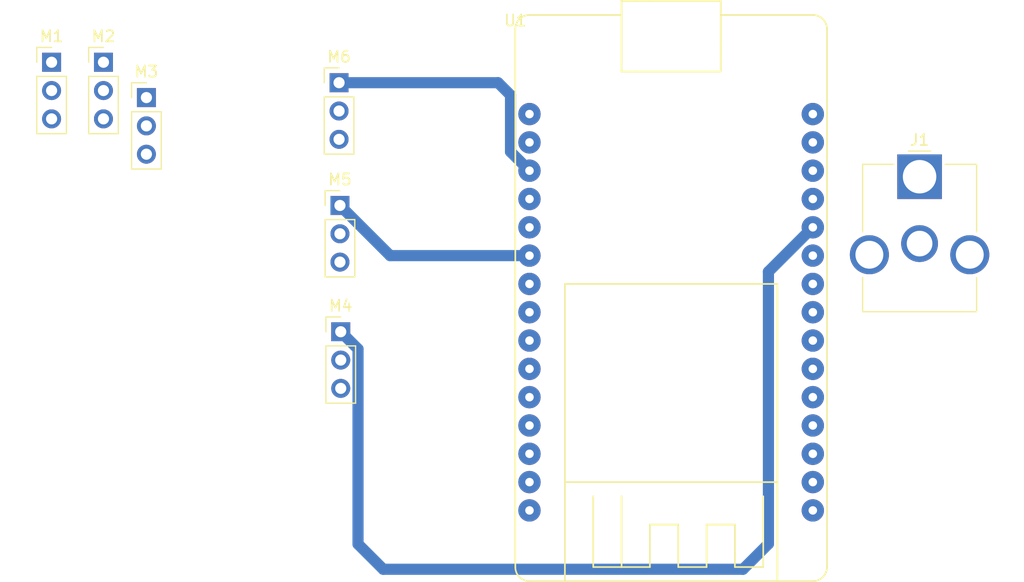
<source format=kicad_pcb>
(kicad_pcb (version 20240108) (generator "pcbnew") (generator_version "8.0")
  (layers (0 "F.Cu" signal) (31 "B.Cu" signal) (34 "B.Paste" user) (35 "F.Paste" user) (36 "B.SilkS" user "B.Silkscreen") (37 "F.SilkS" user "F.Silkscreen") (38 "B.Mask" user) (39 "F.Mask" user) (44 "Edge.Cuts" user))
  (net 0 "")
  (net 1 "GND")
  (net 2 "+12V")
  (net 3 "PWM3")
  (net 4 "PWM2")
  (net 5 "PWM1")
  (net 6 "PWM6")
  (net 7 "PWM4")
  (net 8 "PWM5")
  (net 12 "VccPlaca")
  (net 26 "GndPlaca")
  (footprint "Connector_PinHeader_2.54mm:PinHeader_1x03_P2.54mm_Vertical" (layer "F.Cu") (at 58.61 100.93)
    (property "Reference" "M2" (at 0 -2.33 0) (layer "F.SilkS"))
    (property "Value" "Motor_Servo")
    (fp_line (start -1.33 -1.33) (end 0 -1.33) (stroke (width 0.12)) (layer "F.SilkS"))
    (fp_line (start -1.33 0) (end -1.33 -1.33) (stroke (width 0.12)) (layer "F.SilkS"))
    (fp_line (start -1.33 1.27) (end -1.33 6.41) (stroke (width 0.12)) (layer "F.SilkS"))
    (fp_line (start -1.33 1.27) (end 1.33 1.27) (stroke (width 0.12)) (layer "F.SilkS"))
    (fp_line (start -1.33 6.41) (end 1.33 6.41) (stroke (width 0.12)) (layer "F.SilkS"))
    (fp_line (start 1.33 1.27) (end 1.33 6.41) (stroke (width 0.12)) (layer "F.SilkS"))
    (pad "1" thru_hole rect (at 0 0) (size 1.7 1.7) (drill 1) (layers "*.Cu" "*.Mask") (net 4 "PWM2"))
    (pad "2" thru_hole oval (at 0 2.54) (size 1.7 1.7) (drill 1) (layers "*.Cu" "*.Mask") (net 2 "+12V"))
    (pad "3" thru_hole oval (at 0 5.08) (size 1.7 1.7) (drill 1) (layers "*.Cu" "*.Mask") (net 1 "GND"))
  )
  (footprint "Connector_BarrelJack:BarrelJack_CUI_PJ-063AH_Horizontal_CircularHoles" (layer "F.Cu") (at 131.77 111.2)
    (property "Reference" "J1" (at 0 -3.3 0) (layer "F.SilkS"))
    (property "Value" "Barrel_Jack_MountingPin")
    (fp_line (start -5.11 -1.11) (end -2.3 -1.11) (stroke (width 0.12)) (layer "F.SilkS"))
    (fp_line (start -5.11 4.95) (end -5.11 -1.11) (stroke (width 0.12)) (layer "F.SilkS"))
    (fp_line (start -5.11 12.11) (end -5.11 9.05) (stroke (width 0.12)) (layer "F.SilkS"))
    (fp_line (start -1 -2.3) (end 1 -2.3) (stroke (width 0.12)) (layer "F.SilkS"))
    (fp_line (start 2.3 -1.11) (end 5.11 -1.11) (stroke (width 0.12)) (layer "F.SilkS"))
    (fp_line (start 5.11 -1.11) (end 5.11 4.95) (stroke (width 0.12)) (layer "F.SilkS"))
    (fp_line (start 5.11 9.05) (end 5.11 12.11) (stroke (width 0.12)) (layer "F.SilkS"))
    (fp_line (start 5.11 12.11) (end -5.11 12.11) (stroke (width 0.12)) (layer "F.SilkS"))
    (pad "" np_thru_hole circle (at 0 9) (size 1.6 1.6) (drill 1.6) (layers "*.Cu" "*.Mask"))
    (pad "1" thru_hole rect (at 0 0) (size 4 4) (drill 3) (layers "*.Cu" "*.Mask") (net 2 "+12V"))
    (pad "2" thru_hole circle (at 0 6) (size 3.3 3.3) (drill 2.3) (layers "*.Cu" "*.Mask") (net 1 "GND"))
    (pad "MP" thru_hole circle (at -4.5 7) (size 3.5 3.5) (drill 2.5) (layers "*.Cu" "*.Mask"))
    (pad "MP" thru_hole circle (at 4.5 7) (size 3.5 3.5) (drill 2.5) (layers "*.Cu" "*.Mask"))
  )
  (footprint "Connector_PinHeader_2.54mm:PinHeader_1x03_P2.54mm_Vertical" (layer "F.Cu") (at 53.96 100.93)
    (property "Reference" "M1" (at 0 -2.33 0) (layer "F.SilkS"))
    (property "Value" "Motor_Servo")
    (fp_line (start -1.33 -1.33) (end 0 -1.33) (stroke (width 0.12)) (layer "F.SilkS"))
    (fp_line (start -1.33 0) (end -1.33 -1.33) (stroke (width 0.12)) (layer "F.SilkS"))
    (fp_line (start -1.33 1.27) (end -1.33 6.41) (stroke (width 0.12)) (layer "F.SilkS"))
    (fp_line (start -1.33 1.27) (end 1.33 1.27) (stroke (width 0.12)) (layer "F.SilkS"))
    (fp_line (start -1.33 6.41) (end 1.33 6.41) (stroke (width 0.12)) (layer "F.SilkS"))
    (fp_line (start 1.33 1.27) (end 1.33 6.41) (stroke (width 0.12)) (layer "F.SilkS"))
    (pad "1" thru_hole rect (at 0 0) (size 1.7 1.7) (drill 1) (layers "*.Cu" "*.Mask") (net 3 "PWM3"))
    (pad "2" thru_hole oval (at 0 2.54) (size 1.7 1.7) (drill 1) (layers "*.Cu" "*.Mask") (net 2 "+12V"))
    (pad "3" thru_hole oval (at 0 5.08) (size 1.7 1.7) (drill 1) (layers "*.Cu" "*.Mask") (net 1 "GND"))
  )
  (footprint "Connector_PinHeader_2.54mm:PinHeader_1x03_P2.54mm_Vertical" (layer "F.Cu") (at 79.73 102.765)
    (property "Reference" "M6" (at 0 -2.33 0) (layer "F.SilkS"))
    (property "Value" "Motor_Servo")
    (fp_line (start -1.33 -1.33) (end 0 -1.33) (stroke (width 0.12)) (layer "F.SilkS"))
    (fp_line (start -1.33 0) (end -1.33 -1.33) (stroke (width 0.12)) (layer "F.SilkS"))
    (fp_line (start -1.33 1.27) (end -1.33 6.41) (stroke (width 0.12)) (layer "F.SilkS"))
    (fp_line (start -1.33 1.27) (end 1.33 1.27) (stroke (width 0.12)) (layer "F.SilkS"))
    (fp_line (start -1.33 6.41) (end 1.33 6.41) (stroke (width 0.12)) (layer "F.SilkS"))
    (fp_line (start 1.33 1.27) (end 1.33 6.41) (stroke (width 0.12)) (layer "F.SilkS"))
    (pad "1" thru_hole rect (at 0 0) (size 1.7 1.7) (drill 1) (layers "*.Cu" "*.Mask") (net 8 "PWM5"))
    (pad "2" thru_hole oval (at 0 2.54) (size 1.7 1.7) (drill 1) (layers "*.Cu" "*.Mask") (net 2 "+12V"))
    (pad "3" thru_hole oval (at 0 5.08) (size 1.7 1.7) (drill 1) (layers "*.Cu" "*.Mask") (net 1 "GND"))
  )
  (footprint "Connector_PinHeader_2.54mm:PinHeader_1x03_P2.54mm_Vertical" (layer "F.Cu") (at 79.81 113.78)
    (property "Reference" "M5" (at 0 -2.33 0) (layer "F.SilkS"))
    (property "Value" "Motor_Servo")
    (fp_line (start -1.33 -1.33) (end 0 -1.33) (stroke (width 0.12)) (layer "F.SilkS"))
    (fp_line (start -1.33 0) (end -1.33 -1.33) (stroke (width 0.12)) (layer "F.SilkS"))
    (fp_line (start -1.33 1.27) (end -1.33 6.41) (stroke (width 0.12)) (layer "F.SilkS"))
    (fp_line (start -1.33 1.27) (end 1.33 1.27) (stroke (width 0.12)) (layer "F.SilkS"))
    (fp_line (start -1.33 6.41) (end 1.33 6.41) (stroke (width 0.12)) (layer "F.SilkS"))
    (fp_line (start 1.33 1.27) (end 1.33 6.41) (stroke (width 0.12)) (layer "F.SilkS"))
    (pad "1" thru_hole rect (at 0 0) (size 1.7 1.7) (drill 1) (layers "*.Cu" "*.Mask") (net 7 "PWM4"))
    (pad "2" thru_hole oval (at 0 2.54) (size 1.7 1.7) (drill 1) (layers "*.Cu" "*.Mask") (net 2 "+12V"))
    (pad "3" thru_hole oval (at 0 5.08) (size 1.7 1.7) (drill 1) (layers "*.Cu" "*.Mask") (net 1 "GND"))
  )
  (footprint "DOIT_ESP32:DOIT_ESP32_Devkit_mirko" (layer "F.Cu") (at 95.53 96.69)
    (property "Reference" "U1" (at 0 0.5 0) (layer "F.SilkS"))
    (property "Value" "ESP32-Devkit-V1")
    (fp_line (start 0 49.53) (end 0 1.27) (stroke (width 0.15)) (layer "F.SilkS"))
    (fp_line (start 1.27 50.8) (end 26.67 50.8) (stroke (width 0.15)) (layer "F.SilkS"))
    (fp_line (start 4.445 24.13) (end 23.495 24.13) (stroke (width 0.15)) (layer "F.SilkS"))
    (fp_line (start 4.445 50.8) (end 4.445 24.13) (stroke (width 0.15)) (layer "F.SilkS"))
    (fp_line (start 6.985 43.18) (end 6.985 49.53) (stroke (width 0.15)) (layer "F.SilkS"))
    (fp_line (start 6.985 49.53) (end 9.525 49.53) (stroke (width 0.15)) (layer "F.SilkS"))
    (fp_line (start 9.525 -1.27) (end 9.525 5.08) (stroke (width 0.15)) (layer "F.SilkS"))
    (fp_line (start 9.525 0) (end 1.27 0) (stroke (width 0.15)) (layer "F.SilkS"))
    (fp_line (start 9.525 5.08) (end 10.795 5.08) (stroke (width 0.15)) (layer "F.SilkS"))
    (fp_line (start 9.525 49.53) (end 9.525 43.18) (stroke (width 0.15)) (layer "F.SilkS"))
    (fp_line (start 9.525 49.53) (end 12.065 49.53) (stroke (width 0.15)) (layer "F.SilkS"))
    (fp_line (start 10.795 -1.27) (end 9.525 -1.27) (stroke (width 0.15)) (layer "F.SilkS"))
    (fp_line (start 12.065 -1.27) (end 10.795 -1.27) (stroke (width 0.15)) (layer "F.SilkS"))
    (fp_line (start 12.065 -1.27) (end 18.415 -1.27) (stroke (width 0.15)) (layer "F.SilkS"))
    (fp_line (start 12.065 45.72) (end 14.605 45.72) (stroke (width 0.15)) (layer "F.SilkS"))
    (fp_line (start 12.065 46.99) (end 12.065 45.72) (stroke (width 0.15)) (layer "F.SilkS"))
    (fp_line (start 12.065 49.53) (end 12.065 46.99) (stroke (width 0.15)) (layer "F.SilkS"))
    (fp_line (start 14.605 45.72) (end 14.605 49.53) (stroke (width 0.15)) (layer "F.SilkS"))
    (fp_line (start 14.605 49.53) (end 17.145 49.53) (stroke (width 0.15)) (layer "F.SilkS"))
    (fp_line (start 17.145 45.72) (end 19.685 45.72) (stroke (width 0.15)) (layer "F.SilkS"))
    (fp_line (start 17.145 49.53) (end 17.145 45.72) (stroke (width 0.15)) (layer "F.SilkS"))
    (fp_line (start 18.415 -1.27) (end 18.415 2.54) (stroke (width 0.15)) (layer "F.SilkS"))
    (fp_line (start 18.415 0) (end 26.67 0) (stroke (width 0.15)) (layer "F.SilkS"))
    (fp_line (start 18.415 3.81) (end 18.415 2.54) (stroke (width 0.15)) (layer "F.SilkS"))
    (fp_line (start 18.415 3.81) (end 18.415 5.08) (stroke (width 0.15)) (layer "F.SilkS"))
    (fp_line (start 18.415 5.08) (end 10.795 5.08) (stroke (width 0.15)) (layer "F.SilkS"))
    (fp_line (start 19.685 45.72) (end 19.685 48.26) (stroke (width 0.15)) (layer "F.SilkS"))
    (fp_line (start 19.685 48.26) (end 19.685 49.53) (stroke (width 0.15)) (layer "F.SilkS"))
    (fp_line (start 19.685 49.53) (end 22.225 49.53) (stroke (width 0.15)) (layer "F.SilkS"))
    (fp_line (start 22.225 49.53) (end 22.225 43.18) (stroke (width 0.15)) (layer "F.SilkS"))
    (fp_line (start 23.495 24.13) (end 23.495 50.8) (stroke (width 0.15)) (layer "F.SilkS"))
    (fp_line (start 23.495 41.91) (end 4.445 41.91) (stroke (width 0.15)) (layer "F.SilkS"))
    (fp_line (start 27.94 1.27) (end 27.94 49.53) (stroke (width 0.15)) (layer "F.SilkS"))
    (fp_arc (start 0 1.27) (mid 0.371974 0.371974) (end 1.27 0) (stroke (width 0.15)) (layer "F.SilkS"))
    (fp_arc (start 1.27 50.8) (mid 0.371974 50.428026) (end 0 49.53) (stroke (width 0.15)) (layer "F.SilkS"))
    (fp_arc (start 26.67 0) (mid 27.568026 0.371974) (end 27.94 1.27) (stroke (width 0.15)) (layer "F.SilkS"))
    (fp_arc (start 27.94 49.53) (mid 27.568026 50.428026) (end 26.67 50.8) (stroke (width 0.15)) (layer "F.SilkS"))
    (pad "1" thru_hole circle (at 26.67 8.89) (size 2 2) (drill 0.762) (layers "*.Cu" "*.Mask") (net 12 "VccPlaca"))
    (pad "2" thru_hole circle (at 26.67 11.43) (size 2 2) (drill 0.762) (layers "*.Cu" "*.Mask"))
    (pad "3" thru_hole circle (at 26.67 13.97) (size 2 2) (drill 0.762) (layers "*.Cu" "*.Mask"))
    (pad "4" thru_hole circle (at 26.67 16.51) (size 2 2) (drill 0.762) (layers "*.Cu" "*.Mask"))
    (pad "5" thru_hole circle (at 26.67 19.05) (size 2 2) (drill 0.762) (layers "*.Cu" "*.Mask") (net 6 "PWM6"))
    (pad "6" thru_hole circle (at 26.67 21.59) (size 2 2) (drill 0.762) (layers "*.Cu" "*.Mask"))
    (pad "7" thru_hole circle (at 26.67 24.13) (size 2 2) (drill 0.762) (layers "*.Cu" "*.Mask"))
    (pad "8" thru_hole circle (at 26.67 26.67) (size 2 2) (drill 0.762) (layers "*.Cu" "*.Mask"))
    (pad "9" thru_hole circle (at 26.67 29.21) (size 2 2) (drill 0.762) (layers "*.Cu" "*.Mask"))
    (pad "10" thru_hole circle (at 26.67 31.75) (size 2 2) (drill 0.762) (layers "*.Cu" "*.Mask"))
    (pad "11" thru_hole circle (at 26.67 34.29) (size 2 2) (drill 0.762) (layers "*.Cu" "*.Mask"))
    (pad "12" thru_hole circle (at 26.67 36.83) (size 2 2) (drill 0.762) (layers "*.Cu" "*.Mask"))
    (pad "13" thru_hole circle (at 26.67 39.37) (size 2 2) (drill 0.762) (layers "*.Cu" "*.Mask"))
    (pad "14" thru_hole circle (at 26.67 41.91) (size 2 2) (drill 0.762) (layers "*.Cu" "*.Mask"))
    (pad "15" thru_hole circle (at 26.67 44.45) (size 2 2) (drill 0.762) (layers "*.Cu" "*.Mask"))
    (pad "16" thru_hole circle (at 1.27 44.45) (size 2 2) (drill 0.762) (layers "*.Cu" "*.Mask"))
    (pad "17" thru_hole circle (at 1.27 41.91) (size 2 2) (drill 0.762) (layers "*.Cu" "*.Mask"))
    (pad "18" thru_hole circle (at 1.27 39.37) (size 2 2) (drill 0.762) (layers "*.Cu" "*.Mask"))
    (pad "19" thru_hole circle (at 1.27 36.83) (size 2 2) (drill 0.762) (layers "*.Cu" "*.Mask"))
    (pad "20" thru_hole circle (at 1.27 34.29) (size 2 2) (drill 0.762) (layers "*.Cu" "*.Mask"))
    (pad "21" thru_hole circle (at 1.27 31.75) (size 2 2) (drill 0.762) (layers "*.Cu" "*.Mask") (net 5 "PWM1"))
    (pad "22" thru_hole circle (at 1.27 29.21) (size 2 2) (drill 0.762) (layers "*.Cu" "*.Mask") (net 4 "PWM2"))
    (pad "23" thru_hole circle (at 1.27 26.67) (size 2 2) (drill 0.762) (layers "*.Cu" "*.Mask"))
    (pad "24" thru_hole circle (at 1.27 24.13) (size 2 2) (drill 0.762) (layers "*.Cu" "*.Mask") (net 3 "PWM3"))
    (pad "25" thru_hole circle (at 1.27 21.59) (size 2 2) (drill 0.762) (layers "*.Cu" "*.Mask") (net 7 "PWM4"))
    (pad "26" thru_hole circle (at 1.27 19.05) (size 2 2) (drill 0.762) (layers "*.Cu" "*.Mask"))
    (pad "27" thru_hole circle (at 1.27 16.51) (size 2 2) (drill 0.762) (layers "*.Cu" "*.Mask"))
    (pad "28" thru_hole circle (at 1.27 13.97) (size 2 2) (drill 0.762) (layers "*.Cu" "*.Mask") (net 8 "PWM5"))
    (pad "29" thru_hole circle (at 1.27 11.43) (size 2 2) (drill 0.762) (layers "*.Cu" "*.Mask") (net 26 "GndPlaca"))
    (pad "30" thru_hole circle (at 1.27 8.89) (size 2 2) (drill 0.762) (layers "*.Cu" "*.Mask"))
  )
  (footprint "Connector_PinHeader_2.54mm:PinHeader_1x03_P2.54mm_Vertical" (layer "F.Cu") (at 79.88 125.11)
    (property "Reference" "M4" (at 0 -2.33 0) (layer "F.SilkS"))
    (property "Value" "Motor_Servo")
    (fp_line (start -1.33 -1.33) (end 0 -1.33) (stroke (width 0.12)) (layer "F.SilkS"))
    (fp_line (start -1.33 0) (end -1.33 -1.33) (stroke (width 0.12)) (layer "F.SilkS"))
    (fp_line (start -1.33 1.27) (end -1.33 6.41) (stroke (width 0.12)) (layer "F.SilkS"))
    (fp_line (start -1.33 1.27) (end 1.33 1.27) (stroke (width 0.12)) (layer "F.SilkS"))
    (fp_line (start -1.33 6.41) (end 1.33 6.41) (stroke (width 0.12)) (layer "F.SilkS"))
    (fp_line (start 1.33 1.27) (end 1.33 6.41) (stroke (width 0.12)) (layer "F.SilkS"))
    (pad "1" thru_hole rect (at 0 0) (size 1.7 1.7) (drill 1) (layers "*.Cu" "*.Mask") (net 6 "PWM6"))
    (pad "2" thru_hole oval (at 0 2.54) (size 1.7 1.7) (drill 1) (layers "*.Cu" "*.Mask") (net 2 "+12V"))
    (pad "3" thru_hole oval (at 0 5.08) (size 1.7 1.7) (drill 1) (layers "*.Cu" "*.Mask") (net 1 "GND"))
  )
  (footprint "Connector_PinHeader_2.54mm:PinHeader_1x03_P2.54mm_Vertical" (layer "F.Cu") (at 62.46 104.1)
    (property "Reference" "M3" (at 0 -2.33 0) (layer "F.SilkS"))
    (property "Value" "Motor_Servo")
    (fp_line (start -1.33 -1.33) (end 0 -1.33) (stroke (width 0.12)) (layer "F.SilkS"))
    (fp_line (start -1.33 0) (end -1.33 -1.33) (stroke (width 0.12)) (layer "F.SilkS"))
    (fp_line (start -1.33 1.27) (end -1.33 6.41) (stroke (width 0.12)) (layer "F.SilkS"))
    (fp_line (start -1.33 1.27) (end 1.33 1.27) (stroke (width 0.12)) (layer "F.SilkS"))
    (fp_line (start -1.33 6.41) (end 1.33 6.41) (stroke (width 0.12)) (layer "F.SilkS"))
    (fp_line (start 1.33 1.27) (end 1.33 6.41) (stroke (width 0.12)) (layer "F.SilkS"))
    (pad "1" thru_hole rect (at 0 0) (size 1.7 1.7) (drill 1) (layers "*.Cu" "*.Mask") (net 5 "PWM1"))
    (pad "2" thru_hole oval (at 0 2.54) (size 1.7 1.7) (drill 1) (layers "*.Cu" "*.Mask") (net 2 "+12V"))
    (pad "3" thru_hole oval (at 0 5.08) (size 1.7 1.7) (drill 1) (layers "*.Cu" "*.Mask") (net 1 "GND"))
  )
  (segment (start 79.88 125.11) (end 81.43 126.66) (width 1) (layer "B.Cu") (net 6))
  (segment (start 81.43 126.66) (end 81.43 144.16) (width 1) (layer "B.Cu") (net 6))
  (segment (start 118.22 144.14) (end 118.22 119.72) (width 1) (layer "B.Cu") (net 6))
  (segment (start 83.69 146.42) (end 115.94 146.42) (width 1) (layer "B.Cu") (net 6))
  (segment (start 118.22 119.72) (end 122.2 115.74) (width 1) (layer "B.Cu") (net 6))
  (segment (start 115.94 146.42) (end 118.22 144.14) (width 1) (layer "B.Cu") (net 6))
  (segment (start 81.43 144.16) (end 83.69 146.42) (width 1) (layer "B.Cu") (net 6))
  (segment (start 96.8 118.28) (end 84.31 118.28) (width 1) (layer "B.Cu") (net 7))
  (segment (start 84.31 118.28) (end 79.81 113.78) (width 1) (layer "B.Cu") (net 7))
  (segment (start 95.1 103.88) (end 95.1 108.96) (width 1) (layer "B.Cu") (net 8))
  (segment (start 79.73 102.765) (end 93.985 102.765) (width 1) (layer "B.Cu") (net 8))
  (segment (start 95.1 108.96) (end 96.8 110.66) (width 1) (layer "B.Cu") (net 8))
  (segment (start 93.985 102.765) (end 95.1 103.88) (width 1) (layer "B.Cu") (net 8))
)
</source>
